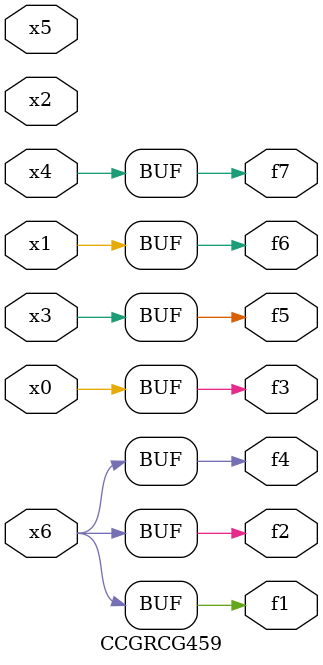
<source format=v>
module CCGRCG459(
	input x0, x1, x2, x3, x4, x5, x6,
	output f1, f2, f3, f4, f5, f6, f7
);
	assign f1 = x6;
	assign f2 = x6;
	assign f3 = x0;
	assign f4 = x6;
	assign f5 = x3;
	assign f6 = x1;
	assign f7 = x4;
endmodule

</source>
